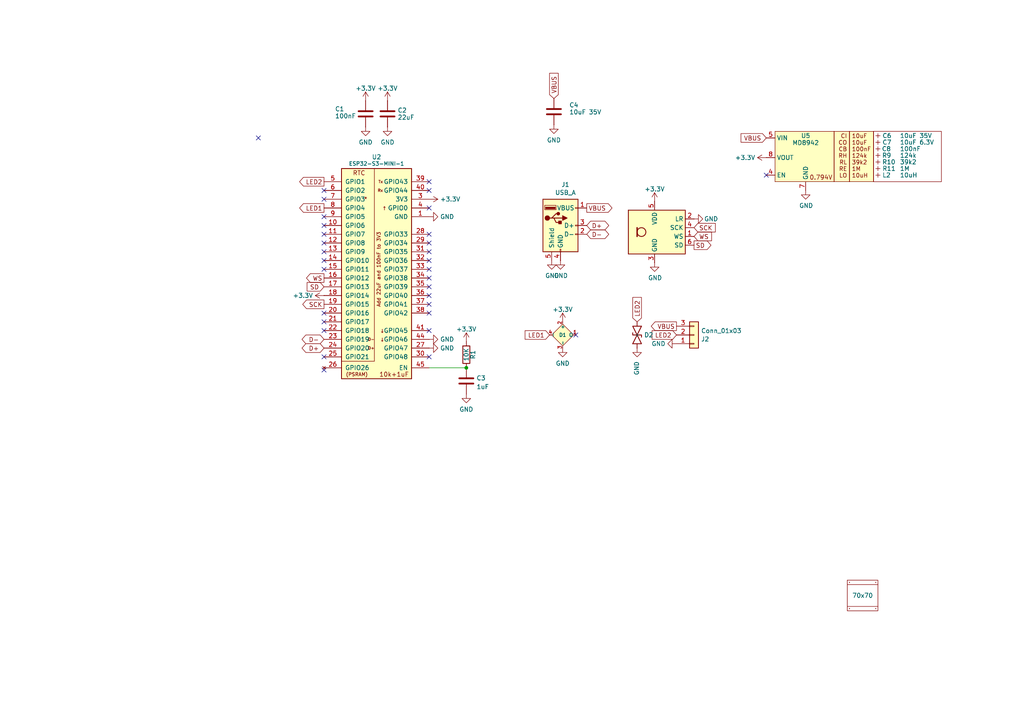
<source format=kicad_sch>
(kicad_sch (version 20231120) (generator "eeschema") (generator_version "8.0")
  (paper "A4")
  (title_block (title "Generic ESP32 USB-A") (date "${DATE}") (rev "1") (comment 1 "@TheRealRevK") (comment 2 "www.me.uk"))
  (lib_symbols
    (symbol "Connector:USB_A" (pin_names (offset 1.016))
      (property "Reference" "J" (at -5.08 11.43 0))
      (property "Value" "USB_A" (at -5.08 8.89 0))
      (symbol "USB_A_0_1"
        (rectangle (start -5.08 -7.62) (end 5.08 7.62) (stroke (width 0.254)) (fill (type background)))
        (circle (center -3.81 2.159) (radius 0.635) (stroke (width 0.254)) (fill (type outline)))
        (rectangle (start -1.524 4.826) (end -4.318 5.334) (fill (type outline)))
        (rectangle (start -1.27 4.572) (end -4.572 5.842))
        (circle (center -0.635 3.429) (radius 0.381) (stroke (width 0.254)) (fill (type outline)))
        (rectangle (start -0.127 -7.62) (end 0.127 -6.858))
        (polyline (pts (xy -3.175 2.159) (xy -2.54 2.159) (xy -1.27 3.429) (xy -0.635 3.429)) (stroke (width 0.254)))
        (polyline (pts (xy -2.54 2.159) (xy -1.905 2.159) (xy -1.27 0.889) (xy 0 0.889)) (stroke (width 0.254)))
        (polyline (pts (xy 0.635 2.794) (xy 0.635 1.524) (xy 1.905 2.159) (xy 0.635 2.794)) (stroke (width 0.254)) (fill (type outline)))
        (rectangle (start 0.254 1.27) (end -0.508 0.508) (stroke (width 0.254)) (fill (type outline)))
        (rectangle (start 5.08 -2.667) (end 4.318 -2.413))
        (rectangle (start 5.08 -0.127) (end 4.318 0.127))
        (rectangle (start 5.08 4.953) (end 4.318 5.207))
      )
      (symbol "USB_A_1_1"
        (polyline (pts (xy -1.905 2.159) (xy 0.635 2.159)) (stroke (width 0.254)))
        (pin power_in line (at 7.62 5.08 180) (length 2.54) (name "VBUS") (number "1"))
        (pin bidirectional line (at 7.62 -2.54 180) (length 2.54) (name "D-") (number "2"))
        (pin bidirectional line (at 7.62 0 180) (length 2.54) (name "D+") (number "3"))
        (pin power_in line (at 0 -10.16 90) (length 2.54) (name "GND") (number "4"))
        (pin passive line (at -2.54 -10.16 90) (length 2.54) (name "Shield") (number "5"))
      )
    )
    (symbol "Connector_Generic:Conn_01x03" (pin_names (offset 1.016) hide)
      (property "Reference" "J" (at 0 5.08 0))
      (property "Value" "Conn_01x03" (at 0 -5.08 0))
      (symbol "Conn_01x03_1_1"
        (rectangle (start -1.27 -2.413) (end 0 -2.667) (stroke (width 0.1524)))
        (rectangle (start -1.27 0.127) (end 0 -0.127) (stroke (width 0.1524)))
        (rectangle (start -1.27 2.667) (end 0 2.413) (stroke (width 0.1524)))
        (rectangle (start -1.27 3.81) (end 1.27 -3.81) (stroke (width 0.254)) (fill (type background)))
        (pin passive line (at -5.08 2.54 0) (length 3.81) (name "Pin_1") (number "1"))
        (pin passive line (at -5.08 0 0) (length 3.81) (name "Pin_2") (number "2"))
        (pin passive line (at -5.08 -2.54 0) (length 3.81) (name "Pin_3") (number "3"))
      )
    )
    (symbol "Device:C" (pin_numbers hide) (pin_names (offset 0.254))
      (property "Reference" "C" (at 0.635 2.54 0))
      (property "Value" "C" (at 0.635 -2.54 0))
      (symbol "C_0_1"
        (polyline (pts (xy -2.032 -0.762) (xy 2.032 -0.762)) (stroke (width 0.508)))
        (polyline (pts (xy -2.032 0.762) (xy 2.032 0.762)) (stroke (width 0.508)))
      )
      (symbol "C_1_1"
        (pin passive line (at 0 3.81 270) (length 2.794) (name "~") (number "1"))
        (pin passive line (at 0 -3.81 90) (length 2.794) (name "~") (number "2"))
      )
    )
    (symbol "Device:R" (pin_numbers hide) (pin_names (offset 0))
      (property "Reference" "R" (at 2.032 0 90))
      (property "Value" "R" (at 0 0 90))
      (symbol "R_0_1"
        (rectangle (start -1.016 -2.54) (end 1.016 2.54) (stroke (width 0.254)))
      )
      (symbol "R_1_1"
        (pin passive line (at 0 3.81 270) (length 1.27) (name "~") (number "1"))
        (pin passive line (at 0 -3.81 90) (length 1.27) (name "~") (number "2"))
      )
    )
    (symbol "RevK:ES05D1MC10" (pin_numbers hide)
      (property "Reference" "D" (at 0 2.54 0))
      (symbol "ES05D1MC10_0_1"
        (polyline (pts (xy -2.54 1.27) (xy -2.54 -1.27) (xy 0 0) (xy -2.54 1.27)) (stroke (width 0.254)))
        (polyline (pts (xy 2.54 -1.27) (xy 2.54 1.27) (xy 0 0) (xy 2.54 -1.27)) (stroke (width 0.254)))
      )
      (symbol "ES05D1MC10_1_1"
        (polyline (pts (xy 0.635 1.27) (xy 0 1.27) (xy 0 -1.27) (xy -0.635 -1.27)) (stroke (width 0.254)))
        (pin passive line (at 3.81 0 180) (length 1.27) (name "~") (number "1"))
        (pin passive line (at -3.81 0 0) (length 1.27) (name "~") (number "2"))
      )
    )
    (symbol "RevK:ESP32-S3-MINI-1-N4R2" (pin_names (offset 1.016))
      (property "Reference" "U" (at 9.525 28.575 0))
      (property "Value" "ESP32-S3-MINI-1-N4R2" (at 0 31.115 0))
      (symbol "ESP32-S3-MINI-1-N4R2_0_0"
        (rectangle (start -10.16 30.48) (end 10.16 -30.48) (stroke (width 0.254)) (fill (type background)))
      )
      (symbol "ESP32-S3-MINI-1-N4R2_1_1"
        (polyline (pts (xy -10.16 -25.4) (xy -0.635 -25.4)))
        (polyline (pts (xy -0.635 30.48) (xy -0.635 -25.4)))
        (text "(PSRAM)" (at -5.715 -29.21 0) (effects (font (size 1 1))))
        (text "*" (at -3.175 21.59 0) (effects (font (size 1.27 1.27))))
        (text "10k+1uF" (at 5.08 -29.21 0) (effects (font (size 1.27 1.27))))
        (text "Add 22uF and 100nF to 3V3" (at 0.635 1.27 900) (effects (font (size 1 1))))
        (text "D+" (at -2.54 -21.59 0) (effects (font (size 0.8 0.8)) (justify left)))
        (text "D-" (at -2.54 -19.05 0) (effects (font (size 0.8 0.8)) (justify left)))
        (text "RTC" (at -5.08 29.21 0) (effects (font (size 1.27 1.27))))
        (text "Rx" (at 1.905 24.13 0) (effects (font (size 0.8 0.8)) (justify right)))
        (text "Tx" (at 1.905 26.67 0) (effects (font (size 0.8 0.8)) (justify right)))
        (text "↑" (at 3.175 19.05 0) (effects (font (size 1.27 1.27)) (justify right)))
        (text "↓" (at 2.54 -19.05 0) (effects (font (size 1.27 1.27)) (justify right)))
        (text "↓" (at 2.54 -16.51 0) (effects (font (size 1.27 1.27)) (justify right)))
        (pin power_in line (at 15.24 16.51 180) (length 5.08) (name "GND") (number "1"))
        (pin passive line (at -15.24 13.97 0) (length 5.08) (name "GPIO6") (number "10"))
        (pin passive line (at -15.24 11.43 0) (length 5.08) (name "GPIO7") (number "11"))
        (pin passive line (at -15.24 8.89 0) (length 5.08) (name "GPIO8") (number "12"))
        (pin passive line (at -15.24 6.35 0) (length 5.08) (name "GPIO9") (number "13"))
        (pin passive line (at -15.24 3.81 0) (length 5.08) (name "GPIO10") (number "14"))
        (pin passive line (at -15.24 1.27 0) (length 5.08) (name "GPIO11") (number "15"))
        (pin passive line (at -15.24 -1.27 0) (length 5.08) (name "GPIO12") (number "16"))
        (pin passive line (at -15.24 -3.81 0) (length 5.08) (name "GPIO13") (number "17"))
        (pin passive line (at -15.24 -6.35 0) (length 5.08) (name "GPIO14") (number "18"))
        (pin passive line (at -15.24 -8.89 0) (length 5.08) (name "GPIO15") (number "19"))
        (pin power_in line (at 15.24 16.51 180) (length 5.08) hide (name "GND") (number "2"))
        (pin passive line (at -15.24 -11.43 0) (length 5.08) (name "GPIO16") (number "20"))
        (pin passive line (at -15.24 -13.97 0) (length 5.08) (name "GPIO17") (number "21"))
        (pin passive line (at -15.24 -16.51 0) (length 5.08) (name "GPIO18") (number "22"))
        (pin passive line (at -15.24 -19.05 0) (length 5.08) (name "GPIO19") (number "23"))
        (pin passive line (at -15.24 -21.59 0) (length 5.08) (name "GPIO20") (number "24"))
        (pin passive line (at -15.24 -24.13 0) (length 5.08) (name "GPIO21") (number "25"))
        (pin no_connect line (at -15.24 -27.305 0) (length 5.08) (name "GPIO26") (number "26"))
        (pin passive line (at 15.24 -21.59 180) (length 5.08) (name "GPIO47") (number "27"))
        (pin passive line (at 15.24 11.43 180) (length 5.08) (name "GPIO33") (number "28"))
        (pin passive line (at 15.24 8.89 180) (length 5.08) (name "GPIO34") (number "29"))
        (pin power_in line (at 15.24 21.59 180) (length 5.08) (name "3V3") (number "3"))
        (pin passive line (at 15.24 -24.13 180) (length 5.08) (name "GPIO48") (number "30"))
        (pin passive line (at 15.24 6.35 180) (length 5.08) (name "GPIO35") (number "31"))
        (pin passive line (at 15.24 3.81 180) (length 5.08) (name "GPIO36") (number "32"))
        (pin passive line (at 15.24 1.27 180) (length 5.08) (name "GPIO37") (number "33"))
        (pin passive line (at 15.24 -1.27 180) (length 5.08) (name "GPIO38") (number "34"))
        (pin passive line (at 15.24 -3.81 180) (length 5.08) (name "GPIO39") (number "35"))
        (pin passive line (at 15.24 -6.35 180) (length 5.08) (name "GPIO40") (number "36"))
        (pin passive line (at 15.24 -8.89 180) (length 5.08) (name "GPIO41") (number "37"))
        (pin passive line (at 15.24 -11.43 180) (length 5.08) (name "GPIO42") (number "38"))
        (pin passive line (at 15.24 26.67 180) (length 5.08) (name "GPIO43") (number "39"))
        (pin passive line (at 15.24 19.05 180) (length 5.08) (name "GPIO0") (number "4"))
        (pin passive line (at 15.24 24.13 180) (length 5.08) (name "GPIO44") (number "40"))
        (pin passive line (at 15.24 -16.51 180) (length 5.08) (name "GPIO45") (number "41"))
        (pin power_in line (at 15.24 16.51 180) (length 5.08) hide (name "GND") (number "42"))
        (pin power_in line (at 15.24 16.51 180) (length 5.08) hide (name "GND") (number "43"))
        (pin passive line (at 15.24 -19.05 180) (length 5.08) (name "GPIO46") (number "44"))
        (pin input line (at 15.24 -27.305 180) (length 5.08) (name "EN") (number "45"))
        (pin power_in line (at 15.24 16.51 180) (length 5.08) hide (name "GND") (number "46"))
        (pin power_in line (at 15.24 16.51 180) (length 5.08) hide (name "GND") (number "47"))
        (pin power_in line (at 15.24 16.51 180) (length 5.08) hide (name "GND") (number "48"))
        (pin power_in line (at 15.24 16.51 180) (length 5.08) hide (name "GND") (number "49"))
        (pin passive line (at -15.24 26.67 0) (length 5.08) (name "GPIO1") (number "5"))
        (pin power_in line (at 15.24 16.51 180) (length 5.08) hide (name "GND") (number "50"))
        (pin power_in line (at 15.24 16.51 180) (length 5.08) hide (name "GND") (number "51"))
        (pin power_in line (at 15.24 16.51 180) (length 5.08) hide (name "GND") (number "52"))
        (pin power_in line (at 15.24 16.51 180) (length 5.08) hide (name "GND") (number "53"))
        (pin power_in line (at 15.24 16.51 180) (length 5.08) hide (name "GND") (number "54"))
        (pin power_in line (at 15.24 16.51 180) (length 5.08) hide (name "GND") (number "55"))
        (pin power_in line (at 15.24 16.51 180) (length 5.08) hide (name "GND") (number "56"))
        (pin power_in line (at 15.24 16.51 180) (length 5.08) hide (name "GND") (number "57"))
        (pin power_in line (at 15.24 16.51 180) (length 5.08) hide (name "GND") (number "58"))
        (pin power_in line (at 15.24 16.51 180) (length 5.08) hide (name "GND") (number "59"))
        (pin passive line (at -15.24 24.13 0) (length 5.08) (name "GPIO2") (number "6"))
        (pin power_in line (at 15.24 16.51 180) (length 5.08) hide (name "GND") (number "60"))
        (pin power_in line (at 15.24 16.51 180) (length 5.08) hide (name "GND") (number "61"))
        (pin power_in line (at 15.24 16.51 180) (length 5.08) hide (name "GND") (number "62"))
        (pin power_in line (at 15.24 16.51 180) (length 5.08) hide (name "GND") (number "63"))
        (pin power_in line (at 15.24 16.51 180) (length 5.08) hide (name "GND") (number "64"))
        (pin power_in line (at 15.24 16.51 180) (length 5.08) hide (name "GND") (number "65"))
        (pin passive line (at -15.24 21.59 0) (length 5.08) (name "GPIO3") (number "7"))
        (pin passive line (at -15.24 19.05 0) (length 5.08) (name "GPIO4") (number "8"))
        (pin passive line (at -15.24 16.51 0) (length 5.08) (name "GPIO5") (number "9"))
      )
    )
    (symbol "RevK:Hidden" (pin_names (offset 1.016)) (in_bom no)
      (property "Reference" "Z" (at 0.635 0 0))
      (property "Value" "Hidden" (at 4.445 0 0))
      (symbol "Hidden_0_1"
        (polyline (pts (xy -0.635 0) (xy 0.635 0)) (stroke (width 0.1524)))
        (polyline (pts (xy 0 0.635) (xy 0 -0.635)) (stroke (width 0.1524)))
      )
    )
    (symbol "RevK:ICS43434_MEMS_Mic"
      (symbol "ICS43434_MEMS_Mic_1_1"
        (rectangle (start -7.62 6.35) (end 8.89 -6.35) (stroke (width 0.254)) (fill (type background)))
        (circle (center -3.81 0) (radius 1.27) (stroke (width 0.254)))
        (polyline (pts (xy -5.08 1.27) (xy -5.08 -1.27)) (stroke (width 0.381)))
        (pin input line (at 11.43 -1.27 180) (length 2.54) (name "WS") (number "1"))
        (pin input line (at 11.43 3.81 180) (length 2.54) (name "LR") (number "2"))
        (pin power_in line (at 0 -8.89 90) (length 2.54) (name "GND") (number "3"))
        (pin input line (at 11.43 1.27 180) (length 2.54) (name "SCK") (number "4"))
        (pin power_in line (at 0 8.89 270) (length 2.54) (name "VDD") (number "5"))
        (pin output line (at 11.43 -3.81 180) (length 2.54) (name "SD") (number "6"))
      )
    )
    (symbol "RevK:MD89420-RegBlock"
      (property "Reference" "U" (at -0.635 4.445 0))
      (property "Value" "MD8942" (at 0 6.35 0))
      (symbol "MD89420-RegBlock_1_1"
        (rectangle (start -8.89 7.62) (end 8.255 -6.985) (fill (type background)))
        (rectangle (start 8.255 7.62) (end 12.7 -6.985) (fill (type background)))
        (rectangle (start 12.7 7.62) (end 19.685 -6.985) (fill (type background)))
        (rectangle (start 19.685 7.62) (end 39.37 -6.985))
        (text "0.794V" (at 4.445 -5.715 0) (effects (font (size 1.27 1.27))))
        (text "10uF\n10uF\n100nF\n124k\n39k2\n1M\n10uH" (at 13.335 6.985 0) (effects (font (size 1.185 1.185)) (justify left top)))
        (text "CI\nCO\nCB\nRH\nRL\nRE\nLO" (at 12.065 6.985 0) (effects (font (size 1.185 1.185)) (justify right top)))
        (pin no_connect line (at 5.715 0 0) (length 2.54) hide (name "") (number "1"))
        (pin power_in line (at 0 -9.525 90) (length 2.54) hide (name "GND") (number "2"))
        (pin no_connect line (at 5.715 1.905 0) (length 2.54) hide (name "") (number "3"))
        (pin input line (at -11.43 -5.08 0) (length 2.54) (name "EN") (number "4"))
        (pin power_in line (at -11.43 5.715 0) (length 2.54) (name "VIN") (number "5"))
        (pin no_connect line (at 5.715 -1.905 0) (length 2.54) hide (name "") (number "6"))
        (pin power_in line (at 0 -9.525 90) (length 2.54) (name "GND") (number "7"))
        (pin power_out line (at -11.43 0 0) (length 2.54) (name "VOUT") (number "8"))
      )
    )
    (symbol "RevK:PCB" (in_bom no)
      (property "Value" "XxY" (at 0 0 0))
      (symbol "PCB_0_1"
        (rectangle (start -4.445 4.445) (end 4.445 -4.445))
        (circle (center -3.81 -3.81) (radius 0.0001))
        (circle (center -3.81 3.81) (radius 0.0001))
        (circle (center 3.81 -3.81) (radius 0.0001))
        (circle (center 3.81 3.81) (radius 0.0001))
      )
    )
    (symbol "RevK:VCUT" (in_bom no)
      (symbol "VCUT_0_1"
        (polyline (pts (xy -4.445 0) (xy 4.445 0)))
      )
    )
    (symbol "RevK:WS2812B-1mm" (pin_names (offset 0.254))
      (property "Reference" "D" (at 0 0 0))
      (symbol "WS2812B-1mm_1_1"
        (polyline (pts (xy 0 3.175) (xy 3.175 0) (xy 0 -3.175) (xy -3.175 0) (xy 0 3.175)) (fill (type background)))
        (pin output line (at 3.81 0 180) (length 0.5) (name "O") (number "1"))
        (pin power_in line (at 0 -3.81 90) (length 0.5) (name "+") (number "2"))
        (pin power_in line (at 0 3.81 270) (length 0.5) (name "-") (number "3"))
        (pin input line (at -3.81 0 0) (length 0.5) (name "I") (number "4"))
      )
    )
    (symbol "power:+3.3V" (power) (pin_numbers hide) (pin_names (offset 0) hide)
      (property "Value" "+3.3V" (at 0 3.556 0))
      (symbol "+3.3V_0_1"
        (polyline (pts (xy -0.762 1.27) (xy 0 2.54)))
        (polyline (pts (xy 0 0) (xy 0 2.54)))
        (polyline (pts (xy 0 2.54) (xy 0.762 1.27)))
      )
      (symbol "+3.3V_1_1"
        (pin power_in line (at 0 0 90) (length 0) (name "~") (number "1"))
      )
    )
    (symbol "power:GND" (power) (pin_numbers hide) (pin_names (offset 0) hide)
      (property "Value" "GND" (at 0 -3.81 0))
      (symbol "GND_0_1"
        (polyline (pts (xy 0 0) (xy 0 -1.27) (xy 1.27 -1.27) (xy 0 -2.54) (xy -1.27 -1.27) (xy 0 -1.27)))
      )
      (symbol "GND_1_1"
        (pin power_in line (at 0 0 270) (length 0) (name "~") (number "1"))
      )
    )
  )
  (junction (at 135.255 106.68))
  (no_connect (at 93.98 73.025))
  (no_connect (at 124.46 52.705))
  (no_connect (at 124.46 67.945))
  (no_connect (at 93.98 65.405))
  (no_connect (at 124.46 75.565))
  (no_connect (at 93.98 95.885))
  (no_connect (at 93.98 57.785))
  (no_connect (at 222.25 50.8))
  (no_connect (at 124.46 103.505))
  (no_connect (at 74.93 40.005))
  (no_connect (at 124.46 70.485))
  (no_connect (at 124.46 90.805))
  (no_connect (at 124.46 83.185))
  (no_connect (at 93.98 55.245))
  (no_connect (at 124.46 95.885))
  (no_connect (at 124.46 85.725))
  (no_connect (at 124.46 88.265))
  (no_connect (at 167.005 97.155))
  (no_connect (at 93.98 103.505))
  (no_connect (at 124.46 78.105))
  (no_connect (at 124.46 80.645))
  (no_connect (at 93.98 75.565))
  (no_connect (at 93.98 67.945))
  (no_connect (at 93.98 93.345))
  (no_connect (at 93.98 78.105))
  (no_connect (at 93.98 107.315))
  (no_connect (at 93.98 70.485))
  (no_connect (at 124.46 73.025))
  (no_connect (at 93.98 62.865))
  (no_connect (at 124.46 60.325))
  (no_connect (at 124.46 55.245))
  (no_connect (at 93.98 90.805))
  (wire (pts (xy 124.46 106.68) (xy 135.255 106.68)))
  (global_label "LED2" (shape input) (at 196.215 97.155 180) (property "Intersheetrefs" "${INTERSHEET_REFS}" (effects (hide yes))))
  (global_label "D+" (shape bidirectional) (at 170.18 65.405 0) (property "Intersheetrefs" "${INTERSHEET_REFS}" (effects (hide yes))))
  (global_label "VBUS" (shape input) (at 222.25 40.005 180) (property "Intersheetrefs" "${INTERSHEET_REFS}" (effects (hide yes))))
  (global_label "WS" (shape output) (at 93.98 80.645 180) (property "Intersheetrefs" "${INTERSHEET_REFS}" (effects (hide yes))))
  (global_label "LED2" (shape input) (at 184.785 93.345 90) (property "Intersheetrefs" "${INTERSHEET_REFS}" (effects (hide yes))))
  (global_label "SD" (shape output) (at 201.295 71.12 0) (property "Intersheetrefs" "${INTERSHEET_REFS}" (effects (hide yes))))
  (global_label "D+" (shape bidirectional) (at 93.98 100.965 180) (property "Intersheetrefs" "${INTERSHEET_REFS}" (effects (hide yes))))
  (global_label "VBUS" (shape input) (at 160.655 28.575 90) (property "Intersheetrefs" "${INTERSHEET_REFS}" (effects (hide yes))))
  (global_label "LED2" (shape output) (at 93.98 52.705 180) (property "Intersheetrefs" "${INTERSHEET_REFS}" (effects (hide yes))))
  (global_label "SD" (shape input) (at 93.98 83.185 180) (property "Intersheetrefs" "${INTERSHEET_REFS}" (effects (hide yes))))
  (global_label "D-" (shape bidirectional) (at 170.18 67.945 0) (property "Intersheetrefs" "${INTERSHEET_REFS}" (effects (hide yes))))
  (global_label "VBUS" (shape output) (at 196.215 94.615 180) (property "Intersheetrefs" "${INTERSHEET_REFS}" (effects (hide yes))))
  (global_label "SCK" (shape input) (at 201.295 66.04 0) (property "Intersheetrefs" "${INTERSHEET_REFS}" (effects (hide yes))))
  (global_label "D-" (shape bidirectional) (at 93.98 98.425 180) (property "Intersheetrefs" "${INTERSHEET_REFS}" (effects (hide yes))))
  (global_label "VBUS" (shape output) (at 170.18 60.325 0) (property "Intersheetrefs" "${INTERSHEET_REFS}" (effects (hide yes))))
  (global_label "WS" (shape input) (at 201.295 68.58 0) (property "Intersheetrefs" "${INTERSHEET_REFS}" (effects (hide yes))))
  (global_label "LED1" (shape input) (at 159.385 97.155 180) (property "Intersheetrefs" "${INTERSHEET_REFS}" (effects (hide yes))))
  (global_label "LED1" (shape output) (at 93.98 60.325 180) (property "Intersheetrefs" "${INTERSHEET_REFS}" (effects (hide yes))))
  (global_label "SCK" (shape output) (at 93.98 88.265 180) (property "Intersheetrefs" "${INTERSHEET_REFS}" (effects (hide yes))))
  (symbol (lib_id "Connector:USB_A") (at 162.56 65.405 0) (unit 1) (in_bom no)
    (property "Reference" "J1" (at 164.0078 53.5432 0))
    (property "Value" "USB_A" (at 164.0078 55.8546 0))
    (property "Footprint" "RevK:USB-A-PCB" (effects (hide yes)))
    (property "Description" "USB Type A connector" (effects (hide yes)))
  )
  (symbol (lib_id "power:GND") (at 160.02 75.565 0) (unit 1)
    (property "Reference" "#PWR06" (effects (hide yes)))
    (property "Value" "GND" (at 160.147 79.9592 0))
    (property "Description" "Power symbol creates a global label with name \"GND\" , ground" (effects (hide yes)))
  )
  (symbol (lib_id "power:GND") (at 162.56 75.565 0) (unit 1)
    (property "Reference" "#PWR07" (effects (hide yes)))
    (property "Value" "GND" (at 162.687 79.9592 0))
    (property "Description" "Power symbol creates a global label with name \"GND\" , ground" (effects (hide yes)))
  )
  (symbol (lib_id "RevK:Hidden") (at 254.635 41.275 0) (unit 1)
    (property "Reference" "C7" (at 255.905 41.275 0) (effects (justify left)))
    (property "Value" "10uF 6.3V" (at 260.985 41.275 0) (effects (justify left)))
    (property "Footprint" "RevK:C_0603_" (effects (hide yes)))
    (property "LCSC Part #" "C1691" (effects (hide yes)))
  )
  (symbol (lib_id "power:GND") (at 124.46 98.425 90) (unit 1)
    (property "Reference" "#PWR021" (effects (hide yes)))
    (property "Value" "GND" (at 127.635 98.425 90) (effects (justify right)))
    (property "Description" "Power symbol creates a global label with name \"GND\" , ground" (effects (hide yes)))
  )
  (symbol (lib_id "RevK:MD89420-RegBlock") (at 233.68 45.72 0) (unit 1)
    (property "Reference" "U5" (at 233.68 39.37 0))
    (property "Value" "MD8942" (at 233.68 41.418 0))
    (property "Footprint" "RevK:SOT-23-6-MD8942" (effects (hide yes)))
    (property "Datasheet" "https://datasheet.lcsc.com/lcsc/2101111937_Shanghai-Mingda-Microelectronics-MD8942_C2684786.pdf" (effects (hide yes)))
    (property "LCSC Part #" "C2684786" (effects (hide yes)))
  )
  (symbol (lib_id "RevK:Hidden") (at 254.635 39.37 0) (unit 1)
    (property "Reference" "C6" (at 255.905 39.37 0) (effects (justify left)))
    (property "Value" "10uF 35V" (at 260.985 39.37 0) (effects (justify left)))
    (property "Footprint" "RevK:C_0603_" (effects (hide yes)))
    (property "LCSC Part #" "C194427" (effects (hide yes)))
  )
  (symbol (lib_id "power:+3.3V") (at 135.255 99.06 0) (unit 1)
    (property "Reference" "#PWR0106" (effects (hide yes)))
    (property "Value" "+3.3V" (at 135.255 95.4842 0))
    (property "Description" "Power symbol creates a global label with name \"+3.3V\"" (effects (hide yes)))
  )
  (symbol (lib_id "RevK:WS2812B-1mm") (at 163.195 97.155 0) (mirror x) (unit 1)
    (property "Reference" "D1" (at 163.195 97.155 0) (effects (font (size 1 1))))
    (property "Value" "XL-1010RGBC-WS2812B" (effects (hide yes)))
    (property "Footprint" "RevK:SMD1010" (effects (hide yes)))
    (property "Datasheet" "https://datasheet.lcsc.com/lcsc/2301111010_XINGLIGHT-XL-1010RGBC-WS2812B_C5349953.pdf" (effects (hide yes)))
    (property "Description" "RGB LED with integrated controller" (effects (hide yes)))
    (property "LCSC Part #" "C5349953" (effects (hide yes)))
  )
  (symbol (lib_id "power:GND") (at 196.215 99.695 270) (unit 1)
    (property "Reference" "#PWR014" (effects (hide yes)))
    (property "Value" "GND" (at 193.0401 99.695 90) (effects (justify right)))
    (property "Description" "Power symbol creates a global label with name \"GND\" , ground" (effects (hide yes)))
  )
  (symbol (lib_id "RevK:VCUT") (at 250.19 175.895 0) (unit 1) (exclude_from_sim yes) (in_bom no)
    (property "Reference" "V2" (effects (hide yes)))
    (property "Value" "70" (effects (hide yes)))
    (property "Footprint" "RevK:VCUT70N" (effects (hide yes)))
  )
  (symbol (lib_id "Device:C") (at 160.655 32.385 0) (unit 1)
    (property "Reference" "C4" (at 165.1 30.464 0) (effects (justify left)))
    (property "Value" "10uF 35V" (at 165.1 32.512 0) (effects (justify left)))
    (property "Footprint" "RevK:C_0603" (effects (hide yes)))
    (property "Description" "Unpolarized capacitor" (effects (hide yes)))
    (property "LCSC Part #" "C194427" (effects (hide yes)))
  )
  (symbol (lib_id "power:GND") (at 201.295 63.5 90) (unit 1)
    (property "Reference" "#PWR019" (effects (hide yes)))
    (property "Value" "GND" (at 206.248 63.5 90))
    (property "Description" "Power symbol creates a global label with name \"GND\" , ground" (effects (hide yes)))
  )
  (symbol (lib_id "power:+3.3V") (at 222.25 45.72 90) (unit 1)
    (property "Reference" "#PWR09" (effects (hide yes)))
    (property "Value" "+3.3V" (at 219.075 45.72 90) (effects (justify left)))
    (property "Description" "Power symbol creates a global label with name \"+3.3V\"" (effects (hide yes)))
  )
  (symbol (lib_id "RevK:ICS43434_MEMS_Mic") (at 189.865 67.31 0) (unit 1)
    (property "Reference" "U1" (effects (hide yes)))
    (property "Value" "ICS43434_MEMS_Mic" (effects (hide yes)))
    (property "Footprint" "RevK:ICS43434_MEMS_Mic" (effects (hide yes)))
    (property "Datasheet" "https://www.lcsc.com/datasheet/lcsc_datasheet_2312010321_TDK-InvenSense-ICS-43434_C5656610.pdf" (effects (hide yes)))
    (property "Description" "I2S Microphone" (effects (hide yes)))
    (property "LCSC Part #" "C5656610" (effects (hide yes)))
  )
  (symbol (lib_id "power:GND") (at 184.785 100.965 0) (unit 1)
    (property "Reference" "#PWR023" (effects (hide yes)))
    (property "Value" "GND" (at 184.658 104.775 90) (effects (justify right)))
    (property "Description" "Power symbol creates a global label with name \"GND\" , ground" (effects (hide yes)))
  )
  (symbol (lib_id "Device:C") (at 135.255 110.49 0) (unit 1)
    (property "Reference" "C3" (at 138.176 109.6553 0) (effects (justify left)))
    (property "Value" "1uF" (at 138.176 112.1922 0) (effects (justify left)))
    (property "Footprint" "RevK:C_0402" (effects (hide yes)))
    (property "Description" "Unpolarized capacitor" (effects (hide yes)))
  )
  (symbol (lib_id "power:GND") (at 189.865 76.2 0) (unit 1)
    (property "Reference" "#PWR018" (effects (hide yes)))
    (property "Value" "GND" (at 189.992 80.5942 0))
    (property "Description" "Power symbol creates a global label with name \"GND\" , ground" (effects (hide yes)))
  )
  (symbol (lib_id "power:+3.3V") (at 163.195 93.345 0) (unit 1)
    (property "Reference" "#PWR016" (effects (hide yes)))
    (property "Value" "+3.3V" (at 163.195 89.7692 0))
    (property "Description" "Power symbol creates a global label with name \"+3.3V\"" (effects (hide yes)))
  )
  (symbol (lib_id "power:+3.3V") (at 189.865 58.42 0) (unit 1)
    (property "Reference" "#PWR02" (effects (hide yes)))
    (property "Value" "+3.3V" (at 189.865 54.8442 0))
    (property "Description" "Power symbol creates a global label with name \"+3.3V\"" (effects (hide yes)))
  )
  (symbol (lib_id "RevK:VCUT") (at 250.19 169.545 0) (unit 1) (exclude_from_sim yes) (in_bom no)
    (property "Reference" "V1" (effects (hide yes)))
    (property "Value" "70" (effects (hide yes)))
    (property "Footprint" "RevK:VCUT70N" (effects (hide yes)))
  )
  (symbol (lib_id "power:GND") (at 106.045 36.83 0) (unit 1)
    (property "Reference" "#PWR011" (effects (hide yes)))
    (property "Value" "GND" (at 106.045 41.2734 0))
    (property "Description" "Power symbol creates a global label with name \"GND\" , ground" (effects (hide yes)))
  )
  (symbol (lib_id "RevK:Hidden") (at 254.635 48.895 0) (unit 1)
    (property "Reference" "R11" (at 255.905 48.895 0) (effects (justify left)))
    (property "Value" "1M" (at 260.985 48.895 0) (effects (justify left)))
    (property "Footprint" "RevK:R_0402_" (effects (hide yes)))
  )
  (symbol (lib_id "power:+3.3V") (at 112.395 29.21 0) (unit 1)
    (property "Reference" "#PWR012" (effects (hide yes)))
    (property "Value" "+3.3V" (at 112.395 25.6342 0))
    (property "Description" "Power symbol creates a global label with name \"+3.3V\"" (effects (hide yes)))
  )
  (symbol (lib_id "Device:C") (at 112.395 33.02 0) (unit 1)
    (property "Reference" "C2" (at 115.316 31.996 0) (effects (justify left)))
    (property "Value" "22uF" (at 115.316 34.044 0) (effects (justify left)))
    (property "Footprint" "RevK:C_0402" (effects (hide yes)))
    (property "Description" "Unpolarized capacitor" (effects (hide yes)))
  )
  (symbol (lib_id "power:+3.3V") (at 93.98 85.725 90) (unit 1)
    (property "Reference" "#PWR04" (effects (hide yes)))
    (property "Value" "+3.3V" (at 90.805 85.725 90) (effects (justify left)))
    (property "Description" "Power symbol creates a global label with name \"+3.3V\"" (effects (hide yes)))
  )
  (symbol (lib_id "RevK:ES05D1MC10") (at 184.785 97.155 270) (unit 1)
    (property "Reference" "D2" (at 186.817 97.155 90) (effects (justify left)))
    (property "Value" "~" (at 184.785 97.155 0))
    (property "Footprint" "RevK:DFN1006-2L" (effects (hide yes)))
    (property "LCSC Part #" "C5137770" (effects (hide yes)))
  )
  (symbol (lib_id "RevK:PCB") (at 250.19 172.72 0) (unit 1) (in_bom no)
    (property "Reference" "PCB1" (effects (hide yes)))
    (property "Value" "70x70" (at 250.19 172.72 0))
    (property "Footprint" "RevK:PCB7070" (effects (hide yes)))
  )
  (symbol (lib_id "RevK:Hidden") (at 254.635 45.085 0) (unit 1)
    (property "Reference" "R9" (at 257.175 45.085 0))
    (property "Value" "124k" (at 260.985 45.085 0) (effects (justify left)))
    (property "Footprint" "RevK:R_0402_" (effects (hide yes)))
  )
  (symbol (lib_id "power:GND") (at 163.195 100.965 0) (unit 1)
    (property "Reference" "#PWR022" (effects (hide yes)))
    (property "Value" "GND" (at 163.195 105.4084 0))
    (property "Description" "Power symbol creates a global label with name \"GND\" , ground" (effects (hide yes)))
  )
  (symbol (lib_id "power:GND") (at 135.255 114.3 0) (unit 1)
    (property "Reference" "#PWR0105" (effects (hide yes)))
    (property "Value" "GND" (at 135.255 118.7434 0))
    (property "Description" "Power symbol creates a global label with name \"GND\" , ground" (effects (hide yes)))
  )
  (symbol (lib_id "power:GND") (at 124.46 62.865 90) (unit 1)
    (property "Reference" "#PWR01" (effects (hide yes)))
    (property "Value" "GND" (at 127.635 62.865 90) (effects (justify right)))
    (property "Description" "Power symbol creates a global label with name \"GND\" , ground" (effects (hide yes)))
  )
  (symbol (lib_id "power:+3.3V") (at 106.045 29.21 0) (unit 1)
    (property "Reference" "#PWR08" (effects (hide yes)))
    (property "Value" "+3.3V" (at 106.045 25.6342 0))
    (property "Description" "Power symbol creates a global label with name \"+3.3V\"" (effects (hide yes)))
  )
  (symbol (lib_id "RevK:Hidden") (at 254.635 50.8 90) (unit 1)
    (property "Reference" "L2" (at 255.905 50.8 90) (effects (justify right)))
    (property "Value" "10uH" (at 260.985 50.8 90) (effects (justify right)))
    (property "Footprint" "RevK:L_4x4_" (effects (hide yes)))
  )
  (symbol (lib_id "RevK:ESP32-S3-MINI-1-N4R2") (at 109.22 79.375 0) (unit 1)
    (property "Reference" "U2" (at 109.22 45.5382 0))
    (property "Value" "ESP32-S3-MINI-1" (at 109.22 47.4746 0) (effects (font (size 1.1 1.1))))
    (property "Footprint" "RevK:ESP32-S3-MINI-1" (effects (hide yes)))
    (property "Datasheet" "https://www.espressif.com/sites/default/files/documentation/esp32-s3-mini-1_mini-1u_datasheet_en.pdf" (effects (hide yes)))
    (property "LCSC Part #" "C3013941" (effects (hide yes)))
  )
  (symbol (lib_id "Connector_Generic:Conn_01x03") (at 201.295 97.155 0) (mirror x) (unit 1)
    (property "Reference" "J2" (at 203.327 98.3672 0) (effects (justify left)))
    (property "Value" "Conn_01x03" (at 203.327 95.9429 0) (effects (justify left)))
    (property "Footprint" "RevK:WAGO-2060-453-998-404" (effects (hide yes)))
    (property "Description" "Generic connector, single row, 01x03, script generated (kicad-library-utils/schlib/autogen/connector/)" (effects (hide yes)))
    (property "LCSC Part #" "C2765056" (effects (hide yes)))
  )
  (symbol (lib_id "power:+3.3V") (at 124.46 57.785 270) (unit 1)
    (property "Reference" "#PWR03" (effects (hide yes)))
    (property "Value" "+3.3V" (at 127.635 57.785 90) (effects (justify left)))
    (property "Description" "Power symbol creates a global label with name \"+3.3V\"" (effects (hide yes)))
  )
  (symbol (lib_id "Device:C") (at 106.045 33.02 0) (unit 1)
    (property "Reference" "C1" (at 97.155 31.607 0) (effects (justify left)))
    (property "Value" "100nF" (at 97.155 33.655 0) (effects (justify left)))
    (property "Footprint" "RevK:C_0402" (effects (hide yes)))
    (property "Description" "Unpolarized capacitor" (effects (hide yes)))
  )
  (symbol (lib_id "Device:R") (at 135.255 102.87 0) (unit 1)
    (property "Reference" "R1" (at 137.16 102.87 90))
    (property "Value" "10K" (at 135.255 102.87 90))
    (property "Footprint" "RevK:R_0402" (effects (hide yes)))
    (property "Description" "Resistor" (effects (hide yes)))
  )
  (symbol (lib_id "power:GND") (at 160.655 36.195 0) (unit 1)
    (property "Reference" "#PWR027" (effects (hide yes)))
    (property "Value" "GND" (at 160.655 40.6384 0))
    (property "Description" "Power symbol creates a global label with name \"GND\" , ground" (effects (hide yes)))
  )
  (symbol (lib_id "power:GND") (at 233.68 55.245 0) (unit 1)
    (property "Reference" "#PWR010" (effects (hide yes)))
    (property "Value" "GND" (at 233.807 59.6392 0))
    (property "Description" "Power symbol creates a global label with name \"GND\" , ground" (effects (hide yes)))
  )
  (symbol (lib_id "power:GND") (at 112.395 36.83 0) (unit 1)
    (property "Reference" "#PWR013" (effects (hide yes)))
    (property "Value" "GND" (at 112.395 41.2734 0))
    (property "Description" "Power symbol creates a global label with name \"GND\" , ground" (effects (hide yes)))
  )
  (symbol (lib_id "RevK:Hidden") (at 254.635 46.99 270) (unit 1)
    (property "Reference" "R10" (at 257.81 46.99 90))
    (property "Value" "39k2" (at 260.985 46.99 90) (effects (justify left)))
    (property "Footprint" "RevK:R_0402_" (effects (hide yes)))
  )
  (symbol (lib_id "power:GND") (at 124.46 100.965 90) (unit 1)
    (property "Reference" "#PWR017" (effects (hide yes)))
    (property "Value" "GND" (at 127.635 100.965 90) (effects (justify right)))
    (property "Description" "Power symbol creates a global label with name \"GND\" , ground" (effects (hide yes)))
  )
  (symbol (lib_id "RevK:Hidden") (at 254.635 43.18 90) (unit 1)
    (property "Reference" "C8" (at 258.445 43.18 90) (effects (justify left)))
    (property "Value" "100nF" (at 260.985 43.18 90) (effects (justify right)))
    (property "Footprint" "RevK:C_0603_" (effects (hide yes)))
  )
)
</source>
